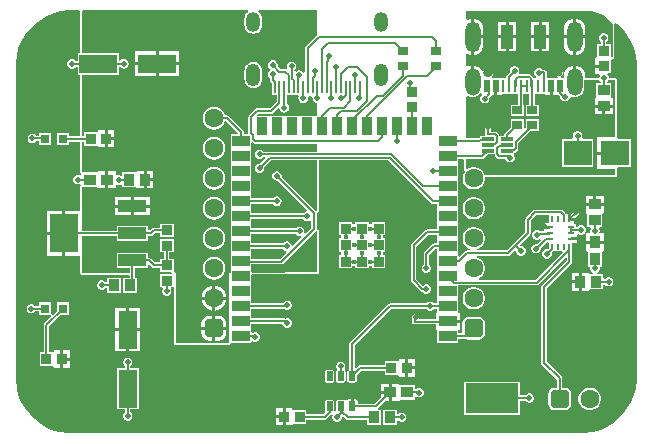
<source format=gtl>
G04*
G04 #@! TF.GenerationSoftware,Altium Limited,Altium Designer,25.2.1 (25)*
G04*
G04 Layer_Physical_Order=1*
G04 Layer_Color=255*
%FSLAX25Y25*%
%MOIN*%
G70*
G04*
G04 #@! TF.SameCoordinates,19AB45F0-FF71-4E06-AC9F-8C434743CFD0*
G04*
G04*
G04 #@! TF.FilePolarity,Positive*
G04*
G01*
G75*
%ADD22R,0.03347X0.03740*%
%ADD23R,0.03150X0.03150*%
%ADD24R,0.03543X0.03937*%
%ADD25R,0.03740X0.03347*%
%ADD26R,0.05906X0.03543*%
%ADD27R,0.03543X0.05906*%
%ADD28R,0.03543X0.03543*%
%ADD29R,0.09646X0.08465*%
%ADD30R,0.00906X0.03937*%
%ADD31R,0.03937X0.03543*%
%ADD32R,0.03347X0.02756*%
%ADD33R,0.03812X0.03963*%
%ADD34R,0.03937X0.07874*%
%ADD35R,0.01063X0.03937*%
%ADD36R,0.02047X0.03937*%
%ADD37R,0.03898X0.01181*%
%ADD38R,0.12598X0.06299*%
G04:AMPARAMS|DCode=39|XSize=21.65mil|YSize=31.5mil|CornerRadius=1.95mil|HoleSize=0mil|Usage=FLASHONLY|Rotation=0.000|XOffset=0mil|YOffset=0mil|HoleType=Round|Shape=RoundedRectangle|*
%AMROUNDEDRECTD39*
21,1,0.02165,0.02760,0,0,0.0*
21,1,0.01776,0.03150,0,0,0.0*
1,1,0.00390,0.00888,-0.01380*
1,1,0.00390,-0.00888,-0.01380*
1,1,0.00390,-0.00888,0.01380*
1,1,0.00390,0.00888,0.01380*
%
%ADD39ROUNDEDRECTD39*%
%ADD40R,0.09449X0.03937*%
%ADD41R,0.09449X0.12992*%
%ADD42R,0.03963X0.03812*%
%ADD43R,0.06299X0.12598*%
G04:AMPARAMS|DCode=68|XSize=33.47mil|YSize=23.62mil|CornerRadius=11.81mil|HoleSize=0mil|Usage=FLASHONLY|Rotation=180.000|XOffset=0mil|YOffset=0mil|HoleType=Round|Shape=RoundedRectangle|*
%AMROUNDEDRECTD68*
21,1,0.03347,0.00000,0,0,180.0*
21,1,0.00984,0.02362,0,0,180.0*
1,1,0.02362,-0.00492,0.00000*
1,1,0.02362,0.00492,0.00000*
1,1,0.02362,0.00492,0.00000*
1,1,0.02362,-0.00492,0.00000*
%
%ADD68ROUNDEDRECTD68*%
%ADD69C,0.02362*%
G04:AMPARAMS|DCode=70|XSize=51.18mil|YSize=102.36mil|CornerRadius=25.59mil|HoleSize=0mil|Usage=FLASHONLY|Rotation=180.000|XOffset=0mil|YOffset=0mil|HoleType=Round|Shape=RoundedRectangle|*
%AMROUNDEDRECTD70*
21,1,0.05118,0.05118,0,0,180.0*
21,1,0.00000,0.10236,0,0,180.0*
1,1,0.05118,0.00000,0.02559*
1,1,0.05118,0.00000,0.02559*
1,1,0.05118,0.00000,-0.02559*
1,1,0.05118,0.00000,-0.02559*
%
%ADD70ROUNDEDRECTD70*%
G04:AMPARAMS|DCode=71|XSize=51.18mil|YSize=90.55mil|CornerRadius=25.59mil|HoleSize=0mil|Usage=FLASHONLY|Rotation=180.000|XOffset=0mil|YOffset=0mil|HoleType=Round|Shape=RoundedRectangle|*
%AMROUNDEDRECTD71*
21,1,0.05118,0.03937,0,0,180.0*
21,1,0.00000,0.09055,0,0,180.0*
1,1,0.05118,0.00000,0.01968*
1,1,0.05118,0.00000,0.01968*
1,1,0.05118,0.00000,-0.01968*
1,1,0.05118,0.00000,-0.01968*
%
%ADD71ROUNDEDRECTD71*%
%ADD72R,0.17717X0.09961*%
%ADD73R,0.01870X0.00984*%
%ADD74R,0.00984X0.01870*%
%ADD75C,0.00600*%
%ADD76C,0.01575*%
%ADD77C,0.06299*%
G04:AMPARAMS|DCode=78|XSize=62.99mil|YSize=62.99mil|CornerRadius=15.75mil|HoleSize=0mil|Usage=FLASHONLY|Rotation=0.000|XOffset=0mil|YOffset=0mil|HoleType=Round|Shape=RoundedRectangle|*
%AMROUNDEDRECTD78*
21,1,0.06299,0.03150,0,0,0.0*
21,1,0.03150,0.06299,0,0,0.0*
1,1,0.03150,0.01575,-0.01575*
1,1,0.03150,-0.01575,-0.01575*
1,1,0.03150,-0.01575,0.01575*
1,1,0.03150,0.01575,0.01575*
%
%ADD78ROUNDEDRECTD78*%
%ADD79O,0.04724X0.07480*%
%ADD80O,0.04724X0.06693*%
G04:AMPARAMS|DCode=81|XSize=62.99mil|YSize=62.99mil|CornerRadius=15.75mil|HoleSize=0mil|Usage=FLASHONLY|Rotation=90.000|XOffset=0mil|YOffset=0mil|HoleType=Round|Shape=RoundedRectangle|*
%AMROUNDEDRECTD81*
21,1,0.06299,0.03150,0,0,90.0*
21,1,0.03150,0.06299,0,0,90.0*
1,1,0.03150,0.01575,0.01575*
1,1,0.03150,0.01575,-0.01575*
1,1,0.03150,-0.01575,-0.01575*
1,1,0.03150,-0.01575,0.01575*
%
%ADD81ROUNDEDRECTD81*%
%ADD82C,0.01968*%
G36*
X101378Y133656D02*
X101179Y133523D01*
X97545Y129889D01*
X97346Y129591D01*
X97276Y129240D01*
Y121172D01*
X96776Y121020D01*
X96511Y121417D01*
X95987Y121766D01*
X95370Y121889D01*
X94753Y121766D01*
X94242Y121425D01*
X94187Y121444D01*
X93777Y121713D01*
X93765Y122013D01*
X93936Y122127D01*
X94285Y122650D01*
X94408Y123268D01*
X94285Y123885D01*
X93936Y124409D01*
X93412Y124759D01*
X92795Y124881D01*
X92177Y124759D01*
X91654Y124409D01*
X91304Y123885D01*
X91181Y123268D01*
X91292Y122710D01*
X91127Y122484D01*
X90935Y122303D01*
X90776Y122334D01*
X89133D01*
X88109Y123358D01*
X88161Y123622D01*
X88038Y124240D01*
X87689Y124763D01*
X87165Y125113D01*
X86548Y125236D01*
X85930Y125113D01*
X85407Y124763D01*
X85057Y124240D01*
X84934Y123622D01*
X85057Y123004D01*
X85407Y122481D01*
X85606Y122348D01*
Y121747D01*
X85407Y121613D01*
X85057Y121090D01*
X84934Y120472D01*
X85057Y119855D01*
X85407Y119331D01*
X85630Y119182D01*
Y118753D01*
X85700Y118402D01*
X85899Y118104D01*
X86252Y117751D01*
Y113673D01*
X87862D01*
Y111443D01*
X85604Y109185D01*
X81245D01*
X80894Y109116D01*
X80596Y108917D01*
X78682Y107003D01*
X78483Y106705D01*
X78413Y106354D01*
Y101048D01*
X78431Y100961D01*
X78085Y100461D01*
X76902D01*
Y101240D01*
X76832Y101591D01*
X76633Y101889D01*
X72007Y106515D01*
X71709Y106714D01*
X71358Y106784D01*
X70590D01*
X70582Y106845D01*
X70205Y107757D01*
X69604Y108540D01*
X68820Y109141D01*
X67908Y109519D01*
X66929Y109648D01*
X65950Y109519D01*
X65038Y109141D01*
X64255Y108540D01*
X63654Y107757D01*
X63276Y106845D01*
X63147Y105866D01*
X63276Y104887D01*
X63654Y103975D01*
X64255Y103192D01*
X65038Y102591D01*
X65950Y102213D01*
X66929Y102084D01*
X67908Y102213D01*
X68820Y102591D01*
X69604Y103192D01*
X70205Y103975D01*
X70543Y104792D01*
X70916Y104859D01*
X71081Y104845D01*
X74966Y100961D01*
X74823Y100461D01*
X72531D01*
Y95961D01*
X72531Y95917D01*
Y95461D01*
X72531Y95417D01*
Y90961D01*
X72531Y90917D01*
Y90461D01*
X72531Y90417D01*
Y85961D01*
X72531Y85918D01*
Y85461D01*
X72531Y85417D01*
Y80961D01*
X72531Y80918D01*
Y80461D01*
X72531Y80418D01*
Y75961D01*
X72531Y75918D01*
Y75461D01*
X72531Y75418D01*
Y70961D01*
X72531Y70917D01*
Y70461D01*
X72531Y70417D01*
Y65961D01*
X72531Y65917D01*
Y65461D01*
X72531Y65417D01*
Y60918D01*
X72531D01*
Y60461D01*
X72531D01*
Y55961D01*
X72531Y55918D01*
Y55461D01*
X72531Y55418D01*
Y54422D01*
X71929Y54420D01*
Y30866D01*
X54245D01*
Y54384D01*
X53918Y54383D01*
X53551Y54883D01*
Y59052D01*
X52099D01*
Y61214D01*
X53551D01*
Y65561D01*
X48811D01*
Y61214D01*
X50263D01*
Y59052D01*
X48811D01*
Y57796D01*
X47230D01*
X45924Y59102D01*
X45627Y59301D01*
X45276Y59371D01*
X44988D01*
Y60922D01*
X34539D01*
Y55985D01*
X38846D01*
Y54352D01*
X23189Y54320D01*
X22835Y54673D01*
Y66591D01*
X34539D01*
Y65040D01*
X44988D01*
Y66591D01*
X45853D01*
X46204Y66660D01*
X46502Y66859D01*
X47230Y67588D01*
X48811D01*
Y66332D01*
X53551D01*
Y70679D01*
X48811D01*
Y69423D01*
X46850D01*
X46499Y69353D01*
X46201Y69155D01*
X45488Y68441D01*
X44988Y68463D01*
Y69977D01*
X34539D01*
Y68426D01*
X22835D01*
Y82578D01*
X23007Y83006D01*
X27723D01*
X27970Y83006D01*
X28223Y82611D01*
Y82506D01*
X30704D01*
Y85412D01*
Y88318D01*
X28223D01*
Y88213D01*
X27970Y87818D01*
X27723Y87818D01*
X23007D01*
X22835Y88247D01*
Y98082D01*
X23784D01*
Y96629D01*
X27902D01*
X28131Y96629D01*
X28403Y96242D01*
Y96129D01*
X30576D01*
Y99000D01*
Y101869D01*
X28403D01*
Y101757D01*
X28131Y101370D01*
X27902Y101370D01*
X23784D01*
Y99917D01*
X22835D01*
Y120358D01*
X35146D01*
Y122806D01*
X35646Y122957D01*
X35706Y122867D01*
X36230Y122517D01*
X36847Y122394D01*
X37465Y122517D01*
X37988Y122867D01*
X38338Y123390D01*
X38461Y124008D01*
X38338Y124625D01*
X37988Y125149D01*
X37465Y125499D01*
X36847Y125622D01*
X36230Y125499D01*
X35706Y125149D01*
X35646Y125059D01*
X35146Y125210D01*
Y127657D01*
X22835D01*
Y141591D01*
X23173Y141929D01*
X78181D01*
X78350Y141429D01*
X77907Y141089D01*
X77432Y140470D01*
X77134Y139750D01*
X77032Y138976D01*
Y137008D01*
X77134Y136235D01*
X77432Y135514D01*
X77907Y134895D01*
X78526Y134420D01*
X79246Y134122D01*
X80020Y134020D01*
X80793Y134122D01*
X81514Y134420D01*
X82133Y134895D01*
X82607Y135514D01*
X82906Y136235D01*
X83008Y137008D01*
Y138976D01*
X82906Y139750D01*
X82607Y140470D01*
X82133Y141089D01*
X81689Y141429D01*
X81859Y141929D01*
X101378D01*
Y133656D01*
D02*
G37*
G36*
X192668Y141591D02*
X195059Y140950D01*
X197018Y140138D01*
X199803Y137354D01*
Y126309D01*
X199721Y126275D01*
X199658Y126284D01*
X199221Y126614D01*
Y130461D01*
X197768D01*
Y131226D01*
X198192Y131650D01*
X198433Y132232D01*
Y132862D01*
X198192Y133443D01*
X197747Y133889D01*
X197165Y134130D01*
X196535D01*
X195954Y133889D01*
X195508Y133443D01*
X195267Y132862D01*
Y132232D01*
X195508Y131650D01*
X195932Y131226D01*
Y130461D01*
X194480D01*
Y126343D01*
X194480Y126114D01*
X194093Y125843D01*
X193980D01*
Y123669D01*
X196851D01*
Y122669D01*
X193980D01*
Y120496D01*
X195188D01*
X195459Y119996D01*
X195302Y119616D01*
Y119267D01*
X190768D01*
Y119960D01*
X190646Y120889D01*
X190287Y121755D01*
X189717Y122499D01*
X188973Y123069D01*
X188107Y123428D01*
X187678Y123484D01*
Y117992D01*
X186678D01*
Y123484D01*
X186249Y123428D01*
X185383Y123069D01*
X184640Y122499D01*
X184070Y121755D01*
X183711Y120889D01*
X183589Y119960D01*
Y119267D01*
X182562D01*
X182462Y119767D01*
X182651Y119845D01*
X182983Y120177D01*
X183163Y120611D01*
Y121081D01*
X182983Y121515D01*
X182651Y121847D01*
X182217Y122027D01*
X181747D01*
X181313Y121847D01*
X180980Y121515D01*
X180800Y121081D01*
Y120611D01*
X180980Y120177D01*
X181313Y119845D01*
X181501Y119767D01*
X181401Y119267D01*
X177978D01*
Y121121D01*
X177908Y121472D01*
X177709Y121770D01*
X177411Y121969D01*
X177060Y122038D01*
X176483D01*
X176135Y122387D01*
X175553Y122628D01*
X174923D01*
X174342Y122387D01*
X173896Y121942D01*
X173655Y121360D01*
Y120730D01*
X173896Y120149D01*
X174278Y119767D01*
X174225Y119468D01*
X174125Y119267D01*
X173625D01*
X173621Y119286D01*
X173423Y119583D01*
X172785Y120220D01*
X172488Y120419D01*
X172137Y120489D01*
X170173D01*
X170171Y120489D01*
X170168Y120489D01*
X168922D01*
X168594Y120989D01*
X168711Y121272D01*
Y121901D01*
X168470Y122483D01*
X168025Y122928D01*
X167443Y123169D01*
X166813D01*
X166232Y122928D01*
X165786Y122483D01*
X165545Y121901D01*
Y121301D01*
X164600Y120356D01*
X164401Y120059D01*
X164331Y119707D01*
Y119267D01*
X159708D01*
X159643Y119353D01*
X159703Y119995D01*
X159964Y120385D01*
X160056Y120846D01*
X159964Y121307D01*
X159703Y121698D01*
X159312Y121959D01*
X158852Y122050D01*
X157867D01*
X157406Y121959D01*
X157016Y121698D01*
X156905Y121532D01*
X156341Y121588D01*
X156271Y121755D01*
X155701Y122499D01*
X154957Y123069D01*
X154092Y123428D01*
X153663Y123484D01*
Y117992D01*
X152663D01*
Y123484D01*
X152233Y123428D01*
X151461Y123108D01*
X150961Y123316D01*
Y127136D01*
X151461Y127344D01*
X152233Y127024D01*
X152663Y126968D01*
Y133051D01*
Y139134D01*
X152233Y139077D01*
X151461Y138758D01*
X150961Y138966D01*
Y141638D01*
X191672Y141722D01*
X192668Y141591D01*
D02*
G37*
G36*
X200787Y99445D02*
X194704D01*
Y94713D01*
X200527D01*
Y93713D01*
X194704D01*
Y88981D01*
X200787D01*
Y86900D01*
X200733Y86845D01*
X157163D01*
X157037Y87313D01*
X156544Y88169D01*
X155845Y88867D01*
X154990Y89360D01*
X154037Y89616D01*
X153050D01*
X152096Y89360D01*
X151314Y88909D01*
X151047Y88996D01*
X150817Y89149D01*
X150849Y92272D01*
X156444D01*
X156795Y92341D01*
X157093Y92540D01*
X158341Y93788D01*
X160528D01*
X160588Y93487D01*
X160787Y93189D01*
X161424Y92552D01*
X161722Y92353D01*
X162073Y92283D01*
X164039D01*
X164236Y91808D01*
X164681Y91362D01*
X165263Y91121D01*
X165893D01*
X166474Y91362D01*
X166920Y91808D01*
X167160Y92389D01*
Y93019D01*
X167042Y93305D01*
X166921Y93788D01*
X166921D01*
X166921Y93788D01*
Y94262D01*
X167223Y94322D01*
X167520Y94520D01*
X168157Y95157D01*
X168356Y95455D01*
X168426Y95806D01*
Y97535D01*
X172643Y101752D01*
X175197D01*
Y105508D01*
X170850D01*
Y102733D01*
X170651Y102580D01*
X170151Y102827D01*
Y105508D01*
X165805D01*
Y102754D01*
X163823Y100773D01*
X163625Y100476D01*
X163555Y100124D01*
Y99906D01*
X162078D01*
X162018Y100208D01*
X161819Y100506D01*
X161182Y101143D01*
X160884Y101342D01*
X160533Y101411D01*
X159258D01*
Y102866D01*
X159189Y103217D01*
X158990Y103515D01*
X158692Y103714D01*
X158341Y103783D01*
X157990Y103714D01*
X157692Y103515D01*
X157493Y103217D01*
X157423Y102866D01*
Y100494D01*
X157441Y100407D01*
X157095Y99906D01*
X155685D01*
Y99433D01*
X155383Y99373D01*
X155086Y99174D01*
X155018Y99107D01*
X151274D01*
X150923Y99462D01*
X151063Y113089D01*
X151513Y113307D01*
X151569Y113264D01*
X152338Y112945D01*
X153163Y112837D01*
X153987Y112945D01*
X154756Y113264D01*
X155416Y113770D01*
X155735Y114186D01*
X156286Y114084D01*
X156343Y113889D01*
X156194Y113650D01*
X155840Y113296D01*
X155599Y112715D01*
Y112085D01*
X155840Y111503D01*
X156286Y111058D01*
X156867Y110817D01*
X157497D01*
X158079Y111058D01*
X158524Y111503D01*
X158765Y112085D01*
Y112685D01*
X159338Y113258D01*
X159531Y113547D01*
X160419D01*
Y116515D01*
X161419D01*
Y113547D01*
X162942D01*
Y114047D01*
X168269D01*
Y110429D01*
X165805D01*
Y106673D01*
X170151D01*
Y110429D01*
X170104D01*
Y114047D01*
X172106D01*
Y110429D01*
X170850D01*
Y106673D01*
X175197D01*
Y110429D01*
X173941D01*
Y114047D01*
X177399D01*
Y113547D01*
X178922D01*
Y116515D01*
X179922D01*
Y113547D01*
X181446D01*
X181446Y113547D01*
X181931Y113511D01*
X182313Y113128D01*
Y112756D01*
X182554Y112174D01*
X182999Y111729D01*
X183581Y111488D01*
X184211D01*
X184792Y111729D01*
X185238Y112174D01*
X185478Y112756D01*
Y112767D01*
X185978Y113101D01*
X186354Y112945D01*
X187178Y112837D01*
X188003Y112945D01*
X188771Y113264D01*
X189431Y113770D01*
X189938Y114430D01*
X190256Y115199D01*
X190365Y116023D01*
Y118617D01*
X195454D01*
X195543Y118404D01*
X195933Y118014D01*
Y117473D01*
X194382D01*
Y113159D01*
X194382Y112930D01*
X193994Y112659D01*
X193882D01*
Y110387D01*
X199819D01*
Y112659D01*
X199706D01*
X199319Y112930D01*
X199319Y113159D01*
Y117473D01*
X197815D01*
X197795Y117973D01*
X198226Y118404D01*
X198314Y118617D01*
X200787D01*
Y99445D01*
D02*
G37*
G36*
X95264Y113232D02*
X95217Y113162D01*
X95094Y112544D01*
X95217Y111927D01*
X95567Y111403D01*
X96091Y111054D01*
X96708Y110931D01*
X97326Y111054D01*
X97849Y111403D01*
X98199Y111927D01*
X98322Y112544D01*
X98291Y112698D01*
X98707Y113173D01*
X99453D01*
X99863Y112673D01*
X99838Y112544D01*
X99961Y111927D01*
X100310Y111403D01*
X100834Y111053D01*
X101378Y110945D01*
Y106563D01*
X100705D01*
X100661Y106563D01*
X100205D01*
X100161Y106563D01*
X95705D01*
X95661Y106563D01*
X95205D01*
X95161Y106563D01*
X90705D01*
X90661Y106563D01*
X90205D01*
X90161Y106563D01*
X85705D01*
X85661Y106563D01*
X85205D01*
X85161Y106563D01*
X81527D01*
X81340Y107001D01*
X81628Y107350D01*
X85984D01*
X86335Y107420D01*
X86633Y107619D01*
X88256Y109242D01*
X88798Y109077D01*
X88863Y108750D01*
X89213Y108227D01*
X89737Y107877D01*
X90354Y107754D01*
X90972Y107877D01*
X91496Y108227D01*
X91845Y108750D01*
X91968Y109368D01*
X91845Y109985D01*
X91496Y110509D01*
X91272Y110658D01*
Y113673D01*
X95029D01*
X95264Y113232D01*
D02*
G37*
G36*
X80060Y97666D02*
X80357Y97467D01*
X80709Y97398D01*
X101378D01*
Y94766D01*
X83423D01*
X83274Y94990D01*
X82750Y95339D01*
X82133Y95462D01*
X81515Y95339D01*
X80991Y94990D01*
X80642Y94466D01*
X80519Y93849D01*
X80642Y93231D01*
X80991Y92708D01*
X81515Y92358D01*
X82133Y92235D01*
X82750Y92358D01*
X83274Y92708D01*
X83423Y92931D01*
X83902D01*
X84094Y92469D01*
X82396Y90771D01*
X82133Y90824D01*
X81515Y90701D01*
X80991Y90351D01*
X80642Y89828D01*
X80519Y89210D01*
X80642Y88592D01*
X80991Y88069D01*
X81515Y87719D01*
X82133Y87596D01*
X82750Y87719D01*
X83274Y88069D01*
X83623Y88592D01*
X83746Y89210D01*
X83694Y89473D01*
X86010Y91790D01*
X101378D01*
Y75113D01*
X100878Y74961D01*
X100866Y74979D01*
X89494Y86351D01*
X89547Y86614D01*
X89424Y87232D01*
X89074Y87755D01*
X88551Y88105D01*
X87933Y88228D01*
X87315Y88105D01*
X86792Y87755D01*
X86442Y87232D01*
X86319Y86614D01*
X86442Y85997D01*
X86792Y85473D01*
X87315Y85123D01*
X87933Y85000D01*
X88197Y85053D01*
X97969Y75281D01*
X97963Y75211D01*
X97772Y74771D01*
X97315Y74680D01*
X96792Y74330D01*
X96643Y74107D01*
X79437D01*
Y75418D01*
X79437Y75461D01*
Y75918D01*
X79437Y75961D01*
Y77271D01*
X86624D01*
X86773Y77048D01*
X87297Y76698D01*
X87914Y76575D01*
X88532Y76698D01*
X89055Y77048D01*
X89405Y77572D01*
X89528Y78189D01*
X89405Y78807D01*
X89055Y79330D01*
X88532Y79680D01*
X87914Y79803D01*
X87297Y79680D01*
X86773Y79330D01*
X86624Y79107D01*
X79437D01*
Y80418D01*
X79437Y80461D01*
Y80918D01*
X79437Y80961D01*
Y85417D01*
X79437Y85461D01*
Y85918D01*
X79437Y85961D01*
Y90417D01*
X79437Y90461D01*
Y90917D01*
X79437Y90961D01*
Y95417D01*
X79437Y95461D01*
Y95917D01*
X79437Y95961D01*
Y97636D01*
X79899Y97827D01*
X80060Y97666D01*
D02*
G37*
G36*
X178535Y71037D02*
X176952D01*
Y70045D01*
X178887D01*
Y69045D01*
X176952D01*
Y68332D01*
X175559D01*
X175000Y68563D01*
X174371D01*
X173789Y68322D01*
X173344Y67877D01*
X173103Y67295D01*
Y66666D01*
X173344Y66084D01*
X173789Y65639D01*
X174371Y65398D01*
X175000D01*
X175582Y65639D01*
X175924Y65281D01*
X174655Y64012D01*
X174056D01*
X173474Y63771D01*
X173029Y63326D01*
X172788Y62744D01*
Y62115D01*
X173029Y61533D01*
X173474Y61088D01*
X174056Y60847D01*
X174685D01*
X175267Y61088D01*
X175712Y61533D01*
X175953Y62115D01*
Y62714D01*
X177854Y64615D01*
X178110D01*
X178535Y64434D01*
Y62631D01*
X178173Y62269D01*
X177573D01*
X176992Y62028D01*
X176546Y61583D01*
X176305Y61001D01*
Y60372D01*
X176546Y59790D01*
X176992Y59345D01*
X177573Y59104D01*
X178203D01*
X178785Y59345D01*
X179230Y59790D01*
X179471Y60372D01*
Y60971D01*
X180064Y61564D01*
X183043D01*
X183234Y61102D01*
X174089Y51957D01*
X155272D01*
X155138Y52457D01*
X155845Y52866D01*
X156544Y53564D01*
X157037Y54419D01*
X157293Y55373D01*
Y56360D01*
X157037Y57314D01*
X156544Y58169D01*
X155845Y58867D01*
X154990Y59360D01*
X154661Y59448D01*
X154727Y59948D01*
X164929D01*
X165280Y60018D01*
X165578Y60217D01*
X167209Y61848D01*
X167709Y61641D01*
Y61331D01*
X167950Y60750D01*
X168395Y60304D01*
X168977Y60063D01*
X169606D01*
X170188Y60304D01*
X170633Y60750D01*
X170874Y61331D01*
Y61961D01*
X170633Y62542D01*
X170188Y62988D01*
X169606Y63229D01*
X169296D01*
X169089Y63729D01*
X172190Y66830D01*
X172389Y67128D01*
X172459Y67479D01*
Y71642D01*
X174365Y73548D01*
X178535D01*
Y71037D01*
D02*
G37*
G36*
X96792Y72048D02*
X97315Y71698D01*
X97933Y71575D01*
X98550Y71698D01*
X98800Y71865D01*
X99300Y71597D01*
Y69298D01*
X97491Y67490D01*
X97030Y67736D01*
X97106Y68116D01*
X96983Y68733D01*
X96633Y69257D01*
X96110Y69607D01*
X95492Y69729D01*
X94875Y69607D01*
X94351Y69257D01*
X94251Y69107D01*
X79437D01*
Y70417D01*
X79437Y70461D01*
Y70917D01*
X79437Y70961D01*
Y72272D01*
X96643D01*
X96792Y72048D01*
D02*
G37*
G36*
X94351Y66975D02*
X94875Y66625D01*
X95492Y66502D01*
X95872Y66578D01*
X96118Y66117D01*
X93349Y63348D01*
X92807Y63513D01*
X92748Y63807D01*
X92399Y64330D01*
X91875Y64680D01*
X91258Y64803D01*
X90640Y64680D01*
X90117Y64330D01*
X89967Y64107D01*
X79437D01*
Y65417D01*
X79437Y65461D01*
Y65917D01*
X79437Y65961D01*
Y67272D01*
X94153D01*
X94351Y66975D01*
D02*
G37*
G36*
X90117Y62048D02*
X90640Y61698D01*
X90934Y61640D01*
X91098Y61097D01*
X88990Y58989D01*
X79437D01*
Y60461D01*
X79437D01*
Y60918D01*
X79437D01*
Y62271D01*
X89967D01*
X90117Y62048D01*
D02*
G37*
G36*
X101378Y68136D02*
Y54594D01*
X101331Y54481D01*
X79791Y54436D01*
X79437Y54790D01*
Y55418D01*
X79437Y55461D01*
Y55918D01*
X79437Y55961D01*
Y57153D01*
X89370D01*
X89721Y57223D01*
X90019Y57422D01*
X100866Y68269D01*
X100878Y68287D01*
X101378Y68136D01*
D02*
G37*
G36*
X22185Y141591D02*
Y127657D01*
X21547D01*
Y124925D01*
X21006D01*
X20582Y125350D01*
X20000Y125591D01*
X19370D01*
X18789Y125350D01*
X18343Y124904D01*
X18102Y124323D01*
Y123693D01*
X18343Y123111D01*
X18789Y122666D01*
X19370Y122425D01*
X20000D01*
X20582Y122666D01*
X21006Y123090D01*
X21547D01*
Y120358D01*
X22185D01*
Y99917D01*
X18630D01*
Y101074D01*
X14480D01*
Y96925D01*
X18630D01*
Y98082D01*
X22185D01*
Y88247D01*
X22233Y88130D01*
X22232Y88004D01*
X22405Y87575D01*
X22498Y87481D01*
X22548Y87359D01*
X22665Y87311D01*
X22704Y87271D01*
X22708Y87103D01*
X22706Y87100D01*
X22214Y86807D01*
X21862Y86953D01*
X21232D01*
X20651Y86712D01*
X20206Y86267D01*
X19964Y85685D01*
Y85055D01*
X20206Y84474D01*
X20651Y84028D01*
X21232Y83787D01*
X21862D01*
X22127Y83897D01*
X22658Y83589D01*
X22658Y83583D01*
X22631Y83500D01*
X22548Y83465D01*
X22498Y83343D01*
X22405Y83249D01*
X22232Y82821D01*
X22233Y82695D01*
X22185Y82578D01*
Y75004D01*
X17429D01*
Y67508D01*
X16929D01*
D01*
X17429D01*
Y60012D01*
X22185D01*
Y54673D01*
X22185Y54673D01*
X22185Y54672D01*
X22280Y54445D01*
X22375Y54214D01*
X22376Y54214D01*
X22376Y54214D01*
X22730Y53860D01*
X22730Y53860D01*
X22730Y53860D01*
X22958Y53766D01*
X23189Y53671D01*
X23189Y53671D01*
X23190Y53671D01*
X38492Y53702D01*
X38846Y53349D01*
Y52665D01*
X36605D01*
Y47728D01*
X41148D01*
Y52665D01*
X40681D01*
Y55985D01*
X44988D01*
Y56789D01*
X45450Y56981D01*
X46201Y56230D01*
X46499Y56031D01*
X46850Y55961D01*
X48811D01*
Y54705D01*
X52682D01*
X52836Y54427D01*
X52559Y53933D01*
X48811D01*
Y49587D01*
X49654D01*
X49861Y49087D01*
X49839Y49065D01*
X49598Y48483D01*
Y47854D01*
X49839Y47272D01*
X50284Y46827D01*
X50866Y46586D01*
X51496D01*
X52077Y46827D01*
X52523Y47272D01*
X52763Y47854D01*
Y48483D01*
X52523Y49065D01*
X52501Y49087D01*
X52708Y49587D01*
X53551D01*
X53595Y49105D01*
Y30866D01*
X53785Y30407D01*
X54245Y30217D01*
X71929D01*
X72388Y30407D01*
X72579Y30866D01*
Y30918D01*
X79437D01*
Y31260D01*
X79937Y31553D01*
X80281Y31410D01*
X80911D01*
X81492Y31651D01*
X81938Y32096D01*
X82178Y32678D01*
Y33308D01*
X81938Y33889D01*
X81492Y34335D01*
X80911Y34576D01*
X80281D01*
X79937Y34433D01*
X79437Y34725D01*
X79437Y34726D01*
Y35461D01*
X79437D01*
Y35917D01*
X79437D01*
Y37271D01*
X89789D01*
X90025Y36702D01*
X90470Y36257D01*
X91052Y36016D01*
X91682D01*
X92264Y36257D01*
X92709Y36702D01*
X92950Y37284D01*
Y37913D01*
X92709Y38495D01*
X92264Y38940D01*
X91682Y39181D01*
X91052D01*
X90842Y39094D01*
X90776Y39107D01*
X79437D01*
Y40461D01*
X79437D01*
Y40918D01*
X79437D01*
Y42272D01*
X90380D01*
X90470Y42181D01*
X91052Y41940D01*
X91682D01*
X92264Y42181D01*
X92709Y42626D01*
X92950Y43208D01*
Y43837D01*
X92709Y44419D01*
X92264Y44864D01*
X91682Y45105D01*
X91052D01*
X90470Y44864D01*
X90025Y44419D01*
X89896Y44107D01*
X79437D01*
Y45461D01*
X79437D01*
Y45917D01*
X79437D01*
Y50461D01*
X79437D01*
Y50918D01*
X79437D01*
Y53392D01*
X79789Y53785D01*
X79792Y53787D01*
X101332Y53831D01*
X101451Y53881D01*
X101580Y53881D01*
X101672Y53973D01*
X101791Y54023D01*
X101840Y54142D01*
X101931Y54233D01*
X101978Y54346D01*
X101978Y54475D01*
X102027Y54594D01*
Y68136D01*
X101966Y68283D01*
X101951Y68442D01*
X101875Y68504D01*
X101837Y68595D01*
X101690Y68656D01*
X101567Y68757D01*
X101129Y68890D01*
X101135Y68918D01*
Y74330D01*
X101129Y74358D01*
X101567Y74491D01*
X101690Y74592D01*
X101837Y74653D01*
X101875Y74744D01*
X101951Y74806D01*
X101966Y74965D01*
X102027Y75113D01*
Y91790D01*
X125122D01*
X139371Y77540D01*
X139669Y77341D01*
X140020Y77271D01*
X141429D01*
Y75961D01*
X141429Y75918D01*
Y75461D01*
X141429Y75418D01*
Y70961D01*
X141429Y70917D01*
Y70461D01*
X141429Y70417D01*
Y68818D01*
X137933D01*
X137582Y68749D01*
X137284Y68550D01*
X132832Y64098D01*
X132633Y63800D01*
X132564Y63449D01*
Y51917D01*
X132633Y51566D01*
X132832Y51269D01*
X135770Y48331D01*
X136068Y48132D01*
X136391Y48068D01*
X136820Y47638D01*
X137402Y47397D01*
X138032D01*
X138613Y47638D01*
X139059Y48083D01*
X139300Y48665D01*
Y49294D01*
X139059Y49876D01*
X138613Y50321D01*
X138032Y50562D01*
X137402D01*
X136820Y50321D01*
X136598Y50099D01*
X134399Y52298D01*
Y63069D01*
X138313Y66983D01*
X141429D01*
Y65961D01*
X141429Y65917D01*
Y65461D01*
X141429Y65417D01*
Y64146D01*
X140384D01*
X140032Y64077D01*
X139735Y63877D01*
X137068Y61211D01*
X136869Y60913D01*
X136799Y60562D01*
Y57187D01*
X136375Y56763D01*
X136134Y56181D01*
Y55551D01*
X136375Y54970D01*
X136820Y54524D01*
X137402Y54283D01*
X138032D01*
X138613Y54524D01*
X139059Y54970D01*
X139300Y55551D01*
Y56181D01*
X139059Y56763D01*
X138635Y57187D01*
Y60182D01*
X140764Y62311D01*
X141429D01*
Y60961D01*
X141429Y60918D01*
Y60461D01*
X141429Y60417D01*
Y55918D01*
X141429D01*
Y55461D01*
X141429D01*
Y50961D01*
X141429Y50918D01*
X141429D01*
Y50461D01*
X141429D01*
Y45961D01*
X141429Y45917D01*
Y45461D01*
X141429Y45417D01*
Y44107D01*
X140384D01*
X139959Y44531D01*
X139378Y44772D01*
X138748D01*
X138166Y44531D01*
X137742Y44107D01*
X125517D01*
X125165Y44037D01*
X124868Y43838D01*
X112314Y31284D01*
X112115Y30986D01*
X112045Y30635D01*
Y21929D01*
X111804Y21881D01*
X111574Y21727D01*
X111420Y21497D01*
X111366Y21226D01*
Y18467D01*
X111420Y18195D01*
X111574Y17966D01*
X111804Y17812D01*
X112075Y17758D01*
X113850D01*
X114121Y17812D01*
X114351Y17966D01*
X114505Y18195D01*
X114559Y18467D01*
Y20145D01*
X116135Y21721D01*
X123851D01*
Y20269D01*
X127969D01*
X128197Y20269D01*
X128469Y19881D01*
Y19769D01*
X130642D01*
Y22639D01*
Y25509D01*
X128469D01*
Y25396D01*
X128197Y25009D01*
X127969Y25009D01*
X123851D01*
Y23556D01*
X115755D01*
X115404Y23486D01*
X115106Y23288D01*
X114342Y22524D01*
X113880Y22715D01*
Y30255D01*
X125897Y42272D01*
X137742D01*
X138166Y41847D01*
X138748Y41607D01*
X139378D01*
X139959Y41847D01*
X140384Y42272D01*
X141429D01*
Y40961D01*
X140929D01*
Y38946D01*
X135313D01*
X135185Y39098D01*
X134998Y39446D01*
X135048Y39696D01*
X134978Y40047D01*
X134779Y40345D01*
X134481Y40544D01*
X134130Y40613D01*
X133779Y40544D01*
X133481Y40345D01*
X133251Y40115D01*
X133052Y39817D01*
X132983Y39466D01*
Y38028D01*
X133052Y37677D01*
X133251Y37379D01*
X133549Y37180D01*
X133900Y37111D01*
X140929D01*
Y35418D01*
X141429D01*
Y30918D01*
X148335D01*
Y32272D01*
X150866D01*
X151028Y32304D01*
X151120Y32243D01*
X151968Y32074D01*
X155118D01*
X155967Y32243D01*
X156686Y32723D01*
X157167Y33443D01*
X157335Y34291D01*
Y37441D01*
X157167Y38289D01*
X156686Y39009D01*
X155967Y39490D01*
X155118Y39658D01*
X151968D01*
X151120Y39490D01*
X150400Y39009D01*
X149920Y38289D01*
X149751Y37441D01*
Y34291D01*
X149600Y34107D01*
X148335D01*
Y35418D01*
X148835D01*
Y37689D01*
X144882D01*
Y38689D01*
X148835D01*
Y40961D01*
X148335D01*
Y45417D01*
X148335Y45461D01*
Y45917D01*
X148335Y45961D01*
Y50122D01*
X174469D01*
X174820Y50192D01*
X175118Y50391D01*
X184053Y59326D01*
X184515Y59134D01*
Y58330D01*
X176315Y50130D01*
X176116Y49833D01*
X176047Y49482D01*
Y24366D01*
X176116Y24015D01*
X176315Y23717D01*
X181267Y18766D01*
Y16105D01*
X180610D01*
X179761Y15936D01*
X179042Y15455D01*
X178561Y14736D01*
X178392Y13887D01*
Y10738D01*
X178561Y9889D01*
X179042Y9170D01*
X179761Y8689D01*
X180610Y8520D01*
X183759D01*
X184608Y8689D01*
X185327Y9170D01*
X185808Y9889D01*
X185977Y10738D01*
Y13887D01*
X185808Y14736D01*
X185327Y15455D01*
X184608Y15936D01*
X183759Y16105D01*
X183102D01*
Y19146D01*
X183032Y19497D01*
X182833Y19794D01*
X177882Y24746D01*
Y49102D01*
X186081Y57301D01*
X186280Y57599D01*
X186350Y57950D01*
Y61564D01*
X186425D01*
Y64116D01*
X188007D01*
Y65108D01*
X186072D01*
Y66108D01*
X188007D01*
Y66963D01*
X188144Y67103D01*
X188429Y67289D01*
X188937Y67078D01*
X189567D01*
X190149Y67319D01*
X190594Y67764D01*
X190835Y68346D01*
Y68976D01*
X190594Y69557D01*
X190149Y70003D01*
X189567Y70244D01*
X188937D01*
X188356Y70003D01*
X188007Y69654D01*
X187554Y69779D01*
X187507Y69808D01*
Y70537D01*
X186925D01*
Y71653D01*
X185607D01*
X185597Y71677D01*
X185433Y71745D01*
Y72153D01*
X184933D01*
Y74088D01*
X184141D01*
X184113Y74131D01*
X183129Y75115D01*
X182831Y75314D01*
X182480Y75384D01*
X173985D01*
X173634Y75314D01*
X173337Y75115D01*
X170893Y72671D01*
X170694Y72373D01*
X170624Y72022D01*
Y67859D01*
X166772Y64008D01*
X164549Y61784D01*
X154727D01*
X154661Y62284D01*
X154990Y62372D01*
X155845Y62866D01*
X156544Y63564D01*
X157037Y64419D01*
X157293Y65373D01*
Y66360D01*
X157037Y67313D01*
X156544Y68168D01*
X155845Y68867D01*
X154990Y69360D01*
X154037Y69616D01*
X153050D01*
X152096Y69360D01*
X151241Y68867D01*
X150543Y68168D01*
X150049Y67313D01*
X149794Y66360D01*
Y65373D01*
X150049Y64419D01*
X150543Y63564D01*
X151241Y62866D01*
X152096Y62372D01*
X152425Y62284D01*
X152360Y61784D01*
X151220D01*
X150869Y61714D01*
X150571Y61515D01*
X148797Y59740D01*
X148335Y59932D01*
Y60417D01*
X148335Y60461D01*
Y60918D01*
X148335Y60961D01*
Y65417D01*
X148335Y65461D01*
Y65917D01*
X148335Y65961D01*
Y70417D01*
X148335Y70461D01*
Y70917D01*
X148335Y70961D01*
Y75418D01*
X148335Y75461D01*
Y75918D01*
X148335Y75961D01*
Y80461D01*
X148335D01*
Y80918D01*
X148335D01*
Y85417D01*
X148335Y85461D01*
Y85918D01*
X148335Y85961D01*
Y90417D01*
X148335Y90461D01*
Y90917D01*
X148335Y90961D01*
Y92272D01*
X149844D01*
X150196Y91916D01*
X150167Y89156D01*
X150193Y89091D01*
X150180Y89022D01*
X150283Y88867D01*
X150353Y88695D01*
X150359Y88692D01*
X150503Y88370D01*
X150541Y88178D01*
X150471Y88044D01*
X150049Y87313D01*
X149794Y86360D01*
Y85373D01*
X150049Y84419D01*
X150543Y83564D01*
X151241Y82866D01*
X152096Y82372D01*
X153050Y82117D01*
X154037D01*
X154990Y82372D01*
X155845Y82866D01*
X156544Y83564D01*
X157037Y84419D01*
X157293Y85373D01*
Y86196D01*
X200733D01*
X201192Y86386D01*
X201247Y86440D01*
X201437Y86900D01*
Y88981D01*
X201771Y89481D01*
X205850D01*
Y98945D01*
X201771D01*
X201437Y99445D01*
Y118617D01*
X201247Y119077D01*
X200787Y119267D01*
X198467D01*
Y119616D01*
X198226Y120197D01*
X197927Y120496D01*
X198135Y120996D01*
X199221D01*
Y125261D01*
X199241Y125309D01*
X199248Y125319D01*
X199362Y125432D01*
X199599Y125636D01*
X199634Y125632D01*
X199708Y125651D01*
X199749Y125641D01*
X199789Y125665D01*
X199800Y125660D01*
X199803Y125659D01*
X199839Y125674D01*
X199962Y125673D01*
X200045Y125706D01*
X200094Y125753D01*
X200114Y125759D01*
X200134Y125793D01*
X200140Y125798D01*
X200262Y125849D01*
X200263Y125851D01*
X200310Y125965D01*
X200400Y126053D01*
X200402Y126186D01*
X200452Y126309D01*
Y137354D01*
X200427Y137416D01*
X200837Y137731D01*
X201453Y137258D01*
X203203Y135508D01*
X204710Y133544D01*
X205948Y131401D01*
X206895Y129114D01*
X207536Y126723D01*
X207859Y124269D01*
Y123031D01*
Y19685D01*
Y18447D01*
X207536Y15993D01*
X206895Y13602D01*
X205948Y11316D01*
X204710Y9172D01*
X203203Y7208D01*
X201453Y5458D01*
X199489Y3951D01*
X197346Y2714D01*
X195059Y1767D01*
X192668Y1126D01*
X190214Y803D01*
X18447D01*
X15993Y1126D01*
X13602Y1767D01*
X11316Y2714D01*
X9172Y3951D01*
X7208Y5458D01*
X5458Y7208D01*
X3951Y9172D01*
X2714Y11316D01*
X1767Y13602D01*
X1126Y15993D01*
X803Y18447D01*
Y19685D01*
Y123031D01*
Y124269D01*
X1126Y126723D01*
X1767Y129114D01*
X2714Y131401D01*
X3951Y133544D01*
X5458Y135508D01*
X7208Y137258D01*
X9172Y138765D01*
X11316Y140003D01*
X13602Y140950D01*
X15993Y141591D01*
X18447Y141914D01*
X21969D01*
X22185Y141591D01*
D02*
G37*
%LPC*%
G36*
X55331Y128157D02*
X48531D01*
Y124508D01*
X55331D01*
Y128157D01*
D02*
G37*
G36*
X47532D02*
X40732D01*
Y124508D01*
X47532D01*
Y128157D01*
D02*
G37*
G36*
X55331Y123508D02*
X48531D01*
Y119858D01*
X55331D01*
Y123508D01*
D02*
G37*
G36*
X47532D02*
X40732D01*
Y119858D01*
X47532D01*
Y123508D01*
D02*
G37*
G36*
X80020Y124641D02*
X79246Y124539D01*
X78526Y124241D01*
X77907Y123766D01*
X77432Y123147D01*
X77134Y122427D01*
X77032Y121653D01*
Y118898D01*
X77134Y118124D01*
X77432Y117404D01*
X77907Y116785D01*
X78526Y116310D01*
X79246Y116012D01*
X80020Y115910D01*
X80793Y116012D01*
X81514Y116310D01*
X82133Y116785D01*
X82607Y117404D01*
X82906Y118124D01*
X83008Y118898D01*
Y121653D01*
X82906Y122427D01*
X82607Y123147D01*
X82133Y123766D01*
X81514Y124241D01*
X80793Y124539D01*
X80020Y124641D01*
D02*
G37*
G36*
X33749Y101869D02*
X31576D01*
Y99499D01*
X33749D01*
Y101869D01*
D02*
G37*
G36*
Y98500D02*
X31576D01*
Y96129D01*
X33749D01*
Y98500D01*
D02*
G37*
G36*
X66929Y99648D02*
X65950Y99519D01*
X65038Y99141D01*
X64255Y98540D01*
X63654Y97757D01*
X63276Y96845D01*
X63147Y95866D01*
X63276Y94887D01*
X63654Y93975D01*
X64255Y93192D01*
X65038Y92591D01*
X65950Y92213D01*
X66929Y92084D01*
X67908Y92213D01*
X68820Y92591D01*
X69604Y93192D01*
X70205Y93975D01*
X70582Y94887D01*
X70711Y95866D01*
X70582Y96845D01*
X70205Y97757D01*
X69604Y98540D01*
X68820Y99141D01*
X67908Y99519D01*
X66929Y99648D01*
D02*
G37*
G36*
X43494Y88381D02*
X41222D01*
Y88268D01*
X40950Y87881D01*
X40722Y87881D01*
X36407D01*
Y87032D01*
X35907Y86765D01*
X35763Y86861D01*
X35146Y86984D01*
X34685Y86892D01*
X34185Y87187D01*
Y88318D01*
X31704D01*
Y85412D01*
Y82506D01*
X34185D01*
Y83553D01*
X34685Y83848D01*
X35146Y83756D01*
X35763Y83879D01*
X35907Y83975D01*
X36407Y83708D01*
Y82944D01*
X40722D01*
X40950Y82944D01*
X41222Y82556D01*
Y82444D01*
X43494D01*
Y85412D01*
Y88381D01*
D02*
G37*
G36*
X46765D02*
X44494D01*
Y85912D01*
X46765D01*
Y88381D01*
D02*
G37*
G36*
Y84912D02*
X44494D01*
Y82444D01*
X46765D01*
Y84912D01*
D02*
G37*
G36*
X66929Y89648D02*
X65950Y89519D01*
X65038Y89141D01*
X64255Y88540D01*
X63654Y87757D01*
X63276Y86845D01*
X63147Y85866D01*
X63276Y84887D01*
X63654Y83975D01*
X64255Y83192D01*
X65038Y82591D01*
X65950Y82213D01*
X66929Y82084D01*
X67908Y82213D01*
X68820Y82591D01*
X69604Y83192D01*
X70205Y83975D01*
X70582Y84887D01*
X70711Y85866D01*
X70582Y86845D01*
X70205Y87757D01*
X69604Y88540D01*
X68820Y89141D01*
X67908Y89519D01*
X66929Y89648D01*
D02*
G37*
G36*
X45488Y79532D02*
X40264D01*
Y77063D01*
X45488D01*
Y79532D01*
D02*
G37*
G36*
X39264D02*
X34039D01*
Y77063D01*
X39264D01*
Y79532D01*
D02*
G37*
G36*
X45488Y76063D02*
X40264D01*
Y73595D01*
X45488D01*
Y76063D01*
D02*
G37*
G36*
X39264D02*
X34039D01*
Y73595D01*
X39264D01*
Y76063D01*
D02*
G37*
G36*
X66929Y79648D02*
X65950Y79519D01*
X65038Y79141D01*
X64255Y78540D01*
X63654Y77757D01*
X63276Y76845D01*
X63147Y75866D01*
X63276Y74887D01*
X63654Y73975D01*
X64255Y73192D01*
X65038Y72591D01*
X65950Y72213D01*
X66929Y72084D01*
X67908Y72213D01*
X68820Y72591D01*
X69604Y73192D01*
X70205Y73975D01*
X70582Y74887D01*
X70711Y75866D01*
X70582Y76845D01*
X70205Y77757D01*
X69604Y78540D01*
X68820Y79141D01*
X67908Y79519D01*
X66929Y79648D01*
D02*
G37*
G36*
Y69648D02*
X65950Y69519D01*
X65038Y69141D01*
X64255Y68540D01*
X63654Y67757D01*
X63276Y66845D01*
X63147Y65866D01*
X63276Y64887D01*
X63654Y63975D01*
X64255Y63192D01*
X65038Y62591D01*
X65950Y62213D01*
X66929Y62084D01*
X67908Y62213D01*
X68820Y62591D01*
X69604Y63192D01*
X70205Y63975D01*
X70582Y64887D01*
X70711Y65866D01*
X70582Y66845D01*
X70205Y67757D01*
X69604Y68540D01*
X68820Y69141D01*
X67908Y69519D01*
X66929Y69648D01*
D02*
G37*
G36*
Y59648D02*
X65950Y59519D01*
X65038Y59141D01*
X64255Y58540D01*
X63654Y57757D01*
X63276Y56845D01*
X63147Y55866D01*
X63276Y54887D01*
X63654Y53975D01*
X64255Y53192D01*
X65038Y52591D01*
X65950Y52213D01*
X66929Y52084D01*
X67908Y52213D01*
X68820Y52591D01*
X69604Y53192D01*
X70205Y53975D01*
X70582Y54887D01*
X70711Y55866D01*
X70582Y56845D01*
X70205Y57757D01*
X69604Y58540D01*
X68820Y59141D01*
X67908Y59519D01*
X66929Y59648D01*
D02*
G37*
G36*
X67429Y49986D02*
Y46366D01*
X71049D01*
X70972Y46949D01*
X70554Y47959D01*
X69889Y48826D01*
X69022Y49491D01*
X68012Y49909D01*
X67429Y49986D01*
D02*
G37*
G36*
X66429D02*
X65846Y49909D01*
X64837Y49491D01*
X63970Y48826D01*
X63305Y47959D01*
X62886Y46949D01*
X62810Y46366D01*
X66429D01*
Y49986D01*
D02*
G37*
G36*
X71049Y45366D02*
X67429D01*
Y41747D01*
X68012Y41823D01*
X69022Y42241D01*
X69889Y42907D01*
X70554Y43773D01*
X70972Y44783D01*
X71049Y45366D01*
D02*
G37*
G36*
X66429D02*
X62810D01*
X62886Y44783D01*
X63305Y43773D01*
X63970Y42907D01*
X64837Y42241D01*
X65846Y41823D01*
X66429Y41747D01*
Y45366D01*
D02*
G37*
G36*
X68504Y40038D02*
X67429D01*
Y36366D01*
X71101D01*
Y37441D01*
X71013Y38113D01*
X70753Y38739D01*
X70340Y39277D01*
X69802Y39690D01*
X69176Y39950D01*
X68504Y40038D01*
D02*
G37*
G36*
X66429D02*
X65354D01*
X64682Y39950D01*
X64056Y39690D01*
X63518Y39277D01*
X63105Y38739D01*
X62846Y38113D01*
X62757Y37441D01*
Y36366D01*
X66429D01*
Y40038D01*
D02*
G37*
G36*
X71101Y35366D02*
X67429D01*
Y31694D01*
X68504D01*
X69176Y31783D01*
X69802Y32042D01*
X70340Y32455D01*
X70753Y32993D01*
X71013Y33619D01*
X71101Y34291D01*
Y35366D01*
D02*
G37*
G36*
X66429D02*
X62757D01*
Y34291D01*
X62846Y33619D01*
X63105Y32993D01*
X63518Y32455D01*
X64056Y32042D01*
X64682Y31783D01*
X65354Y31694D01*
X66429D01*
Y35366D01*
D02*
G37*
G36*
X153663Y139134D02*
Y133551D01*
X156752D01*
Y135610D01*
X156630Y136539D01*
X156271Y137405D01*
X155701Y138148D01*
X154957Y138719D01*
X154092Y139077D01*
X153663Y139134D01*
D02*
G37*
G36*
X167627Y137988D02*
X165159D01*
Y133551D01*
X167627D01*
Y137988D01*
D02*
G37*
G36*
X178651D02*
X176182D01*
Y133551D01*
X178651D01*
Y137988D01*
D02*
G37*
G36*
X187678Y139134D02*
Y133551D01*
X190768D01*
Y135610D01*
X190646Y136539D01*
X190287Y137405D01*
X189717Y138148D01*
X188973Y138719D01*
X188107Y139077D01*
X187678Y139134D01*
D02*
G37*
G36*
X175182Y137988D02*
X172714D01*
Y133551D01*
X175182D01*
Y137988D01*
D02*
G37*
G36*
X164159D02*
X161690D01*
Y133551D01*
X164159D01*
Y137988D01*
D02*
G37*
G36*
X186678Y139134D02*
X186249Y139077D01*
X185383Y138719D01*
X184640Y138148D01*
X184070Y137405D01*
X183711Y136539D01*
X183589Y135610D01*
Y133551D01*
X186678D01*
Y139134D01*
D02*
G37*
G36*
X178651Y132551D02*
X176182D01*
Y128114D01*
X178651D01*
Y132551D01*
D02*
G37*
G36*
X175182D02*
X172714D01*
Y128114D01*
X175182D01*
Y132551D01*
D02*
G37*
G36*
X167627D02*
X165159D01*
Y128114D01*
X167627D01*
Y132551D01*
D02*
G37*
G36*
X164159D02*
X161690D01*
Y128114D01*
X164159D01*
Y132551D01*
D02*
G37*
G36*
X156752D02*
X153663D01*
Y126968D01*
X154092Y127024D01*
X154957Y127383D01*
X155701Y127954D01*
X156271Y128697D01*
X156630Y129563D01*
X156752Y130492D01*
Y132551D01*
D02*
G37*
G36*
X186678D02*
X183589D01*
Y130492D01*
X183711Y129563D01*
X184070Y128697D01*
X184640Y127954D01*
X185383Y127383D01*
X186249Y127024D01*
X186678Y126968D01*
Y132551D01*
D02*
G37*
G36*
X190768D02*
X187678D01*
Y126968D01*
X188107Y127024D01*
X188973Y127383D01*
X189717Y127954D01*
X190287Y128697D01*
X190646Y129563D01*
X190768Y130492D01*
Y132551D01*
D02*
G37*
G36*
X199819Y109387D02*
X197350D01*
Y107115D01*
X199819D01*
Y109387D01*
D02*
G37*
G36*
X196350D02*
X193882D01*
Y107115D01*
X196350D01*
Y109387D01*
D02*
G37*
G36*
X188440Y101546D02*
X187810D01*
X187229Y101305D01*
X186783Y100860D01*
X186542Y100278D01*
Y99648D01*
X186627Y99445D01*
X186293Y98945D01*
X182802D01*
Y89481D01*
X193448D01*
Y98945D01*
X189958D01*
X189624Y99445D01*
X189708Y99648D01*
Y100278D01*
X189467Y100860D01*
X189022Y101305D01*
X188440Y101546D01*
D02*
G37*
G36*
X12725Y101074D02*
X8575D01*
Y100032D01*
X7718D01*
X7294Y100456D01*
X6713Y100697D01*
X6083D01*
X5501Y100456D01*
X5056Y100011D01*
X4815Y99429D01*
Y98799D01*
X5056Y98218D01*
X5501Y97772D01*
X6083Y97531D01*
X6713D01*
X7294Y97772D01*
X7718Y98197D01*
X8575D01*
Y96925D01*
X12725D01*
Y101074D01*
D02*
G37*
G36*
X196866Y79895D02*
X194397D01*
Y77623D01*
X196866D01*
Y79895D01*
D02*
G37*
G36*
X193397D02*
X190929D01*
Y77623D01*
X193397D01*
Y79895D01*
D02*
G37*
G36*
X187659Y75384D02*
X187308Y75314D01*
X187010Y75115D01*
X186836Y74854D01*
X186070Y74088D01*
X185933D01*
Y72653D01*
X187230D01*
X188308Y73730D01*
X188507Y74028D01*
X188576Y74379D01*
Y74466D01*
X188507Y74817D01*
X188308Y75115D01*
X188010Y75314D01*
X187659Y75384D01*
D02*
G37*
G36*
X154037Y79616D02*
X153050D01*
X152096Y79360D01*
X151241Y78867D01*
X150543Y78168D01*
X150049Y77314D01*
X149794Y76360D01*
Y75372D01*
X150049Y74419D01*
X150543Y73564D01*
X151241Y72866D01*
X152096Y72372D01*
X153050Y72117D01*
X154037D01*
X154990Y72372D01*
X155845Y72866D01*
X156544Y73564D01*
X157037Y74419D01*
X157293Y75372D01*
Y76360D01*
X157037Y77314D01*
X156544Y78168D01*
X155845Y78867D01*
X154990Y79360D01*
X154037Y79616D01*
D02*
G37*
G36*
X124122Y71366D02*
X119579D01*
Y70621D01*
X119371Y70482D01*
X118819D01*
X118610Y70621D01*
Y71366D01*
X114067D01*
Y70621D01*
X113859Y70482D01*
X113307D01*
X113099Y70621D01*
Y71366D01*
X108555D01*
Y66823D01*
X109300D01*
X109439Y66615D01*
Y66063D01*
X109300Y65855D01*
X108555D01*
Y61311D01*
X109300D01*
X109439Y61103D01*
Y60551D01*
X109300Y60343D01*
X108555D01*
Y55799D01*
X113099D01*
Y56544D01*
X113307Y56684D01*
X113859D01*
X114067Y56545D01*
Y55799D01*
X118610D01*
Y56544D01*
X118819Y56684D01*
X119371D01*
X119579Y56545D01*
Y55799D01*
X124122D01*
Y60343D01*
X123377D01*
X123238Y60551D01*
Y61103D01*
X123377Y61311D01*
X124122D01*
Y65855D01*
X123377D01*
X123238Y66063D01*
Y66615D01*
X123377Y66823D01*
X124122D01*
Y71366D01*
D02*
G37*
G36*
X16429Y75004D02*
X11205D01*
Y68008D01*
X16429D01*
Y75004D01*
D02*
G37*
G36*
X196866Y76623D02*
X193897D01*
X190929D01*
Y74352D01*
X191042D01*
X191429Y74080D01*
X191429Y73852D01*
Y69537D01*
X192197D01*
X192471Y69037D01*
X192315Y68661D01*
Y68031D01*
X192369Y67901D01*
X192091Y67485D01*
X190992D01*
Y65004D01*
X193898D01*
X196804D01*
Y67485D01*
X195704D01*
X195426Y67901D01*
X195480Y68031D01*
Y68661D01*
X195325Y69037D01*
X195598Y69537D01*
X196366D01*
Y73852D01*
X196366Y74080D01*
X196754Y74352D01*
X196866D01*
Y76623D01*
D02*
G37*
G36*
X16429Y67008D02*
X11205D01*
Y60012D01*
X16429D01*
Y67008D01*
D02*
G37*
G36*
X196804Y64004D02*
X193898D01*
X190992D01*
Y61523D01*
X191096D01*
X191492Y61270D01*
X191492Y61023D01*
Y56307D01*
X192202D01*
X192315Y56138D01*
Y55508D01*
X192556Y54926D01*
X193001Y54481D01*
X193284Y54364D01*
X193184Y53864D01*
X192160Y53864D01*
X191889Y54251D01*
Y54364D01*
X189617D01*
Y51395D01*
X189117D01*
D01*
X189617D01*
Y48427D01*
X191889D01*
Y48540D01*
X192160Y48927D01*
X192389Y48927D01*
X196704D01*
Y50340D01*
X197204Y50421D01*
X197571Y50054D01*
X198152Y49813D01*
X198782D01*
X199364Y50054D01*
X199809Y50499D01*
X200050Y51081D01*
Y51710D01*
X199809Y52292D01*
X199364Y52737D01*
X198782Y52978D01*
X198152D01*
X197571Y52737D01*
X197204Y52370D01*
X196704Y52451D01*
Y53864D01*
X194611D01*
X194512Y54364D01*
X194794Y54481D01*
X195239Y54926D01*
X195480Y55508D01*
Y56138D01*
X195594Y56307D01*
X196304D01*
Y61023D01*
X196304Y61270D01*
X196699Y61523D01*
X196804D01*
Y64004D01*
D02*
G37*
G36*
X188617Y54364D02*
X186345D01*
Y51895D01*
X188617D01*
Y54364D01*
D02*
G37*
G36*
X35833Y52665D02*
X31290D01*
Y51255D01*
X30790Y51173D01*
X30424Y51539D01*
X29842Y51780D01*
X29213D01*
X28631Y51539D01*
X28186Y51093D01*
X27945Y50512D01*
Y49882D01*
X28186Y49300D01*
X28631Y48855D01*
X29213Y48614D01*
X29842D01*
X30424Y48855D01*
X30790Y49221D01*
X31290Y49139D01*
Y47728D01*
X35833D01*
Y52665D01*
D02*
G37*
G36*
X188617Y50895D02*
X186345D01*
Y48427D01*
X188617D01*
Y50895D01*
D02*
G37*
G36*
X154037Y49616D02*
X153050D01*
X152096Y49360D01*
X151241Y48867D01*
X150543Y48169D01*
X150049Y47313D01*
X149794Y46360D01*
Y45373D01*
X150049Y44419D01*
X150543Y43564D01*
X151241Y42866D01*
X152096Y42372D01*
X153050Y42117D01*
X154037D01*
X154990Y42372D01*
X155845Y42866D01*
X156544Y43564D01*
X157037Y44419D01*
X157293Y45373D01*
Y46360D01*
X157037Y47313D01*
X156544Y48169D01*
X155845Y48867D01*
X154990Y49360D01*
X154037Y49616D01*
D02*
G37*
G36*
X18630Y44447D02*
X14480D01*
Y41595D01*
X13225Y40339D01*
X12725Y40546D01*
X12725Y40694D01*
Y44447D01*
X8575D01*
Y43290D01*
X7403D01*
X6979Y43714D01*
X6398Y43955D01*
X5768D01*
X5186Y43714D01*
X4741Y43269D01*
X4500Y42687D01*
Y42057D01*
X4741Y41476D01*
X5186Y41030D01*
X5768Y40789D01*
X6398D01*
X6979Y41030D01*
X7403Y41454D01*
X8575D01*
Y40297D01*
X12320D01*
X12476Y40297D01*
X12683Y39797D01*
X10395Y37509D01*
X10196Y37211D01*
X10126Y36860D01*
Y27961D01*
X8870D01*
Y23220D01*
X12988D01*
X13217Y23220D01*
X13488Y22833D01*
Y22720D01*
X15662D01*
Y25591D01*
X16162D01*
D01*
X15662D01*
Y28461D01*
X13488D01*
Y28348D01*
X13217Y27961D01*
X12988Y27961D01*
X11961D01*
Y36480D01*
X15778Y40297D01*
X18630D01*
Y44447D01*
D02*
G37*
G36*
X42338Y42732D02*
X38689D01*
Y35933D01*
X42338D01*
Y42732D01*
D02*
G37*
G36*
X37689D02*
X34039D01*
Y35933D01*
X37689D01*
Y42732D01*
D02*
G37*
G36*
X42338Y34933D02*
X38689D01*
Y28134D01*
X42338D01*
Y34933D01*
D02*
G37*
G36*
X37689D02*
X34039D01*
Y28134D01*
X37689D01*
Y34933D01*
D02*
G37*
G36*
X18835Y28461D02*
X16662D01*
Y26091D01*
X18835D01*
Y28461D01*
D02*
G37*
G36*
X133815Y25509D02*
X131642D01*
Y23139D01*
X133815D01*
Y25509D01*
D02*
G37*
G36*
X18835Y25091D02*
X16662D01*
Y22720D01*
X18835D01*
Y25091D01*
D02*
G37*
G36*
X133815Y22139D02*
X131642D01*
Y19769D01*
X133815D01*
Y22139D01*
D02*
G37*
G36*
X109481Y24750D02*
X108851D01*
X108269Y24509D01*
X107824Y24064D01*
X107583Y23482D01*
Y22852D01*
X107824Y22271D01*
X107834Y21727D01*
X107680Y21497D01*
X107626Y21226D01*
Y18467D01*
X107680Y18195D01*
X107834Y17966D01*
X108063Y17812D01*
X108335Y17758D01*
X110110D01*
X110381Y17812D01*
X110611Y17966D01*
X110765Y18195D01*
X110819Y18467D01*
Y21226D01*
X110765Y21497D01*
X110611Y21727D01*
X110509Y22261D01*
X110534Y22334D01*
X110748Y22852D01*
Y23482D01*
X110508Y24064D01*
X110062Y24509D01*
X109481Y24750D01*
D02*
G37*
G36*
X106370Y21935D02*
X104595D01*
X104323Y21881D01*
X104094Y21727D01*
X103940Y21497D01*
X103886Y21226D01*
Y18467D01*
X103940Y18195D01*
X104094Y17966D01*
X104323Y17812D01*
X104595Y17758D01*
X106370D01*
X106641Y17812D01*
X106871Y17966D01*
X107025Y18195D01*
X107079Y18467D01*
Y21226D01*
X107025Y21497D01*
X106871Y21727D01*
X106641Y21881D01*
X106370Y21935D01*
D02*
G37*
G36*
X125225Y17398D02*
X122744D01*
Y14992D01*
X125225D01*
Y17398D01*
D02*
G37*
G36*
X128706D02*
X126225D01*
Y14492D01*
Y11586D01*
X128706D01*
Y11691D01*
X128959Y12086D01*
X129206Y12086D01*
X133922D01*
Y12849D01*
X134422Y13057D01*
X134426Y13052D01*
X135008Y12811D01*
X135638D01*
X136219Y13052D01*
X136664Y13497D01*
X136905Y14079D01*
Y14708D01*
X136664Y15290D01*
X136219Y15735D01*
X135638Y15976D01*
X135008D01*
X134426Y15735D01*
X134422Y15731D01*
X133922Y15938D01*
Y16898D01*
X129206D01*
X128959Y16898D01*
X128706Y17293D01*
Y17398D01*
D02*
G37*
G36*
X169093Y18004D02*
X150377D01*
Y7043D01*
X169093D01*
Y11606D01*
X170795D01*
X171219Y11182D01*
X171801Y10941D01*
X172430D01*
X173012Y11182D01*
X173457Y11627D01*
X173698Y12209D01*
Y12838D01*
X173457Y13420D01*
X173012Y13865D01*
X172430Y14106D01*
X171801D01*
X171219Y13865D01*
X170795Y13441D01*
X169093D01*
Y18004D01*
D02*
G37*
G36*
X125225Y13992D02*
X122744D01*
Y12809D01*
X120660Y10725D01*
X115069D01*
Y11187D01*
X114976Y11653D01*
X114712Y12049D01*
X114317Y12313D01*
X113850Y12405D01*
X113462D01*
Y9807D01*
X112462D01*
Y12405D01*
X112075D01*
X111609Y12313D01*
X111213Y12049D01*
X111092Y11868D01*
X110696Y11720D01*
X110477Y11778D01*
X110381Y11842D01*
X110110Y11896D01*
X108335D01*
X108063Y11842D01*
X107834Y11688D01*
X107680Y11458D01*
X107626Y11187D01*
Y8529D01*
X107386Y8310D01*
X107330Y8332D01*
X107079Y8521D01*
Y11187D01*
X107025Y11458D01*
X106871Y11688D01*
X106641Y11842D01*
X106370Y11896D01*
X104595D01*
X104323Y11842D01*
X104094Y11688D01*
X103940Y11458D01*
X103886Y11187D01*
Y8427D01*
X103940Y8156D01*
X104094Y7926D01*
X104101Y7853D01*
X103492Y7244D01*
X97665D01*
Y8697D01*
X93547D01*
X93319Y8697D01*
X93047Y9084D01*
Y9197D01*
X90874D01*
Y6327D01*
Y3457D01*
X93047D01*
Y3569D01*
X93319Y3957D01*
X93547Y3957D01*
X97665D01*
Y5409D01*
X103872D01*
X104223Y5479D01*
X104521Y5678D01*
X106039Y7196D01*
X106463Y6912D01*
X106350Y6642D01*
Y6012D01*
X106591Y5430D01*
X107036Y4985D01*
X107618Y4744D01*
X108248D01*
X108829Y4985D01*
X109275Y5430D01*
X109516Y6012D01*
Y6133D01*
X110016Y6340D01*
X110891Y5465D01*
X111189Y5266D01*
X111540Y5196D01*
X118004D01*
Y3645D01*
X122547D01*
Y8582D01*
X121726D01*
X121575Y9082D01*
X121689Y9158D01*
X124117Y11586D01*
X125225D01*
Y13992D01*
D02*
G37*
G36*
X192678Y16062D02*
X191691D01*
X190737Y15807D01*
X189882Y15313D01*
X189184Y14615D01*
X188690Y13760D01*
X188435Y12806D01*
Y11819D01*
X188690Y10865D01*
X189184Y10010D01*
X189882Y9312D01*
X190737Y8818D01*
X191691Y8563D01*
X192678D01*
X193632Y8818D01*
X194487Y9312D01*
X195185Y10010D01*
X195679Y10865D01*
X195934Y11819D01*
Y12806D01*
X195679Y13760D01*
X195185Y14615D01*
X194487Y15313D01*
X193632Y15807D01*
X192678Y16062D01*
D02*
G37*
G36*
X89874Y9197D02*
X87701D01*
Y6827D01*
X89874D01*
Y9197D01*
D02*
G37*
G36*
X38504Y26025D02*
X37874D01*
X37292Y25784D01*
X36847Y25339D01*
X36606Y24757D01*
Y24127D01*
X36847Y23546D01*
X37271Y23122D01*
Y22547D01*
X34539D01*
Y8949D01*
X37271D01*
Y7962D01*
X36847Y7538D01*
X36606Y6956D01*
Y6327D01*
X36847Y5745D01*
X37292Y5300D01*
X37874Y5059D01*
X38504D01*
X39085Y5300D01*
X39531Y5745D01*
X39772Y6327D01*
Y6956D01*
X39531Y7538D01*
X39106Y7962D01*
Y8949D01*
X41838D01*
Y22547D01*
X39106D01*
Y23122D01*
X39531Y23546D01*
X39772Y24127D01*
Y24757D01*
X39531Y25339D01*
X39085Y25784D01*
X38504Y26025D01*
D02*
G37*
G36*
X127862Y8582D02*
X123319D01*
Y3645D01*
X127862D01*
Y4841D01*
X128362Y5048D01*
X128619Y4791D01*
X129201Y4550D01*
X129831D01*
X130412Y4791D01*
X130857Y5237D01*
X131098Y5818D01*
Y6448D01*
X130857Y7030D01*
X130412Y7475D01*
X129831Y7716D01*
X129201D01*
X128619Y7475D01*
X128362Y7218D01*
X127862Y7425D01*
Y8582D01*
D02*
G37*
G36*
X89874Y5827D02*
X87701D01*
Y3457D01*
X89874D01*
Y5827D01*
D02*
G37*
%LPD*%
D22*
X16162Y25591D02*
D03*
X11044D02*
D03*
X31076Y99000D02*
D03*
X25958D02*
D03*
X95492Y6327D02*
D03*
X90374D02*
D03*
X126024Y22639D02*
D03*
X131142D02*
D03*
D23*
X16555Y42372D02*
D03*
X10650D02*
D03*
X16555Y99000D02*
D03*
X10650D02*
D03*
D24*
X189117Y51396D02*
D03*
X194432D02*
D03*
X125590Y6114D02*
D03*
X120275D02*
D03*
X38679Y85412D02*
D03*
X43994D02*
D03*
X33562Y50197D02*
D03*
X38877D02*
D03*
D25*
X132933Y109630D02*
D03*
Y114748D02*
D03*
X196850Y123169D02*
D03*
Y128288D02*
D03*
X51181Y63387D02*
D03*
Y68506D02*
D03*
X51181Y51760D02*
D03*
Y56878D02*
D03*
D26*
X75984Y33189D02*
D03*
Y38189D02*
D03*
Y43189D02*
D03*
Y48189D02*
D03*
Y53189D02*
D03*
Y58189D02*
D03*
Y63189D02*
D03*
Y68189D02*
D03*
Y73189D02*
D03*
Y78189D02*
D03*
Y83189D02*
D03*
Y88189D02*
D03*
Y93189D02*
D03*
Y98189D02*
D03*
X144882D02*
D03*
Y93189D02*
D03*
Y88189D02*
D03*
Y83189D02*
D03*
Y78189D02*
D03*
Y73189D02*
D03*
Y68189D02*
D03*
Y63189D02*
D03*
Y58189D02*
D03*
Y53189D02*
D03*
Y48189D02*
D03*
Y43189D02*
D03*
Y38189D02*
D03*
Y33189D02*
D03*
D27*
X82933Y103110D02*
D03*
X87933D02*
D03*
X92933D02*
D03*
X97933D02*
D03*
X102933D02*
D03*
X107933D02*
D03*
X112933D02*
D03*
X117933D02*
D03*
X122933D02*
D03*
X127933D02*
D03*
X132933D02*
D03*
X137933D02*
D03*
D28*
X110827Y58071D02*
D03*
X116339D02*
D03*
X121850D02*
D03*
X110827Y69095D02*
D03*
X116339D02*
D03*
X121850D02*
D03*
X110827Y63583D02*
D03*
X121850D02*
D03*
X116339D02*
D03*
D29*
X200527Y94213D02*
D03*
X188125D02*
D03*
D30*
X115551Y116142D02*
D03*
X113976D02*
D03*
X112402D02*
D03*
X110827D02*
D03*
X109252D02*
D03*
X107677D02*
D03*
X106102D02*
D03*
X104528D02*
D03*
X102953D02*
D03*
X101378D02*
D03*
X99803D02*
D03*
X98228D02*
D03*
X96654D02*
D03*
X95079D02*
D03*
X93504D02*
D03*
X91929D02*
D03*
X90354D02*
D03*
X88780D02*
D03*
X87205D02*
D03*
D31*
X196850Y109887D02*
D03*
Y115202D02*
D03*
X193898Y71809D02*
D03*
Y77124D02*
D03*
D32*
X167978Y108551D02*
D03*
Y103630D02*
D03*
X173024Y108551D02*
D03*
Y103630D02*
D03*
X129921Y128189D02*
D03*
Y123268D02*
D03*
X140965Y128189D02*
D03*
Y123268D02*
D03*
D33*
X193898Y58788D02*
D03*
Y64504D02*
D03*
D34*
X164659Y133051D02*
D03*
X175682D02*
D03*
D35*
X163281Y116516D02*
D03*
X165249D02*
D03*
X167218D02*
D03*
X169186D02*
D03*
X171155D02*
D03*
X173123D02*
D03*
X175092D02*
D03*
X177060D02*
D03*
D36*
X160918D02*
D03*
X157966D02*
D03*
X179422D02*
D03*
X182375D02*
D03*
D37*
X158134Y94879D02*
D03*
Y96847D02*
D03*
Y98816D02*
D03*
X164472D02*
D03*
Y96847D02*
D03*
Y94879D02*
D03*
D38*
X28346Y124008D02*
D03*
X48031D02*
D03*
D39*
X112962Y9807D02*
D03*
X109222D02*
D03*
X105482D02*
D03*
Y19847D02*
D03*
X109222D02*
D03*
X112962D02*
D03*
D40*
X39764Y58453D02*
D03*
Y67508D02*
D03*
Y76563D02*
D03*
D41*
X16929Y67508D02*
D03*
D42*
X131440Y14492D02*
D03*
X125725D02*
D03*
X25489Y85412D02*
D03*
X31204D02*
D03*
D43*
X38189Y15748D02*
D03*
Y35433D02*
D03*
D68*
X158359Y120846D02*
D03*
D69*
X181982D02*
D03*
D70*
X153163Y133051D02*
D03*
X187178D02*
D03*
D71*
X153163Y117992D02*
D03*
X187178D02*
D03*
D72*
X159735Y12524D02*
D03*
D73*
X178887Y65608D02*
D03*
Y67576D02*
D03*
Y69545D02*
D03*
X186072D02*
D03*
Y67576D02*
D03*
Y65608D02*
D03*
D74*
X179527Y72153D02*
D03*
X181496D02*
D03*
X183464D02*
D03*
X185433D02*
D03*
Y62999D02*
D03*
X183464D02*
D03*
X181496D02*
D03*
X179527D02*
D03*
D75*
X11044Y25591D02*
Y36860D01*
X16555Y42372D01*
X6083D02*
X10650D01*
X10535Y99114D02*
X10650Y99000D01*
X6398Y99114D02*
X10535D01*
X16555Y99000D02*
X25958D01*
X133481Y51917D02*
X136419Y48979D01*
X133481Y51917D02*
Y63449D01*
X136419Y48979D02*
X137717D01*
X144594Y67901D02*
X144882Y68189D01*
X137933Y67901D02*
X144594D01*
X133481Y63449D02*
X137933Y67901D01*
X144843Y63229D02*
X144882Y63189D01*
X140384Y63229D02*
X144843D01*
X137717Y60562D02*
X140384Y63229D01*
X137717Y55866D02*
Y60562D01*
X171541Y67479D02*
Y72022D01*
X173985Y74466D01*
X167421Y63359D02*
X171541Y67479D01*
X158341Y100494D02*
Y102866D01*
Y100494D02*
X160533D01*
X161170Y99857D01*
Y97775D02*
Y99857D01*
X160533Y97138D02*
X161170Y97775D01*
X158341Y97138D02*
X160533D01*
X158341Y97054D02*
Y97138D01*
X158134Y96847D02*
X158341Y97054D01*
X162073Y96557D02*
X164472D01*
X162073Y93201D02*
X165484D01*
X165578Y93107D01*
X161436Y95920D02*
X162073Y96557D01*
X161436Y93838D02*
X162073Y93201D01*
X161436Y93838D02*
Y95920D01*
X165578Y92704D02*
Y93107D01*
X164472Y96557D02*
Y96847D01*
X173024Y103430D02*
Y103630D01*
X167495Y97902D02*
X173024Y103430D01*
X167495Y97902D02*
X167508Y97888D01*
Y95806D02*
Y97888D01*
X166872Y95169D02*
X167508Y95806D01*
X164763Y95169D02*
X166872D01*
X164472Y94879D02*
X164763Y95169D01*
X175238Y121045D02*
X175314Y121121D01*
X177060Y116516D02*
Y121121D01*
X175314D02*
X177060D01*
X172137Y119571D02*
X172774Y118935D01*
Y116516D02*
Y118935D01*
X167567Y118935D02*
X168204Y119571D01*
X172924Y116516D02*
X173024Y116416D01*
X170173Y119571D02*
X172137D01*
X170168Y119571D02*
X170170Y119569D01*
X167567Y116516D02*
Y118935D01*
X170170Y119569D02*
X170173Y119571D01*
X168204Y119571D02*
X170168D01*
X172774Y116516D02*
X172924D01*
X165249Y119707D02*
X167128Y121586D01*
X167218Y116516D02*
X167567D01*
X165249D02*
Y119707D01*
X182375Y114364D02*
X183669Y113071D01*
X183896D01*
X182375Y114364D02*
Y116516D01*
X158689Y113907D02*
Y115792D01*
X157182Y112400D02*
X158689Y113907D01*
X169186Y116516D02*
X171155D01*
X167978Y108551D02*
X169186Y109759D01*
Y116516D01*
X173024Y108551D02*
Y116416D01*
X164472Y100124D02*
X167978Y103630D01*
X164472Y98816D02*
Y100124D01*
X157843Y98525D02*
X158134Y98816D01*
X155735Y98525D02*
X157843D01*
X155398Y98189D02*
X155735Y98525D01*
X144882Y98189D02*
X155398D01*
X156444Y93189D02*
X158134Y94879D01*
X144882Y93189D02*
X156444D01*
X157966Y116516D02*
X158689Y115792D01*
X132283Y116106D02*
Y117504D01*
X131929Y115752D02*
X132283Y116106D01*
X117933Y106476D02*
X131246Y119789D01*
X137820D01*
X140965Y122933D01*
X131929Y115752D02*
X132933Y114748D01*
Y109630D02*
X132933Y109630D01*
Y103110D02*
Y109630D01*
X82133Y89210D02*
X85630Y92708D01*
X125502D01*
X140020Y78189D01*
X144882D01*
X82133Y93849D02*
X125991D01*
X136650Y83189D01*
X144882D01*
X139980Y88189D02*
X144882D01*
X102953Y127538D02*
Y128780D01*
X105107Y130934D01*
X101828Y132874D02*
X139725D01*
X98194Y129240D02*
X101828Y132874D01*
X98194Y116176D02*
Y129240D01*
X104528Y124496D02*
X105062Y125030D01*
Y126418D01*
X104528Y116142D02*
Y124496D01*
X105062Y126418D02*
X105324Y126680D01*
X102953Y116142D02*
Y127538D01*
X133900Y38028D02*
Y39466D01*
X134130Y39696D01*
X133900Y38028D02*
X144721D01*
X90776Y121417D02*
X91951Y120242D01*
Y117956D02*
Y120242D01*
X91929Y117934D02*
X91951Y117956D01*
X91929Y116142D02*
Y117934D01*
X92795Y120983D02*
Y123268D01*
X93086Y119038D02*
Y120691D01*
Y119038D02*
X93504Y118620D01*
X95113Y120019D02*
X95370Y120276D01*
X92795Y120983D02*
X93086Y120691D01*
X95113Y116176D02*
Y120019D01*
X86548Y123622D02*
X88753Y121417D01*
X90776D01*
X86548Y118753D02*
Y120472D01*
X87205Y116142D02*
Y118096D01*
X86548Y118753D02*
X87205Y118096D01*
X148294Y51039D02*
X174469D01*
X184406Y60977D01*
X185433Y62003D02*
Y62999D01*
Y57950D02*
Y62999D01*
X184406Y60977D02*
X185433Y62003D01*
X176964Y49482D02*
X185433Y57950D01*
X96654Y116142D02*
X96688Y116107D01*
Y113723D02*
Y116107D01*
Y113723D02*
X96708Y113703D01*
Y112544D02*
Y113703D01*
X101378Y112618D02*
X101451Y112544D01*
X101378Y112618D02*
Y116142D01*
X106102Y112589D02*
Y116142D01*
X109936Y113086D02*
X110155D01*
X109439Y112589D02*
X109936Y113086D01*
X112402Y111457D02*
Y116142D01*
X110313Y109368D02*
X112402Y111457D01*
X110155Y113086D02*
X110792Y113723D01*
Y116107D02*
X110827Y116142D01*
X110792Y113723D02*
Y116107D01*
X188125Y94213D02*
Y99963D01*
X110827Y66339D02*
Y69095D01*
X113583D01*
X116339Y58071D02*
Y60827D01*
X110827Y58071D02*
Y63583D01*
Y58071D02*
X116339D01*
X121850D02*
Y60827D01*
Y66339D02*
Y69095D01*
X119095D02*
X121850D01*
X119095Y63583D02*
X121850D01*
X119095Y58071D02*
X121850D01*
X116339Y66339D02*
Y69095D01*
X113583Y63583D02*
X116339D01*
X159735Y12524D02*
X172116D01*
X141159Y43189D02*
X144882D01*
X150866Y33189D02*
X153543Y35866D01*
X144882Y33189D02*
X150866D01*
X176964Y24366D02*
Y49482D01*
X28346Y124008D02*
X36847D01*
X38189Y15748D02*
Y24442D01*
X75984Y68189D02*
X95419D01*
X95492Y68116D01*
X75984Y73189D02*
X97933D01*
X89370Y58071D02*
X100217Y68918D01*
X87933Y86614D02*
X100217Y74330D01*
Y68918D02*
Y74330D01*
X187659Y74379D02*
Y74466D01*
X185433Y72153D02*
X187659Y74379D01*
X75984Y38189D02*
X90776D01*
X144721Y38028D02*
X144882Y38189D01*
X75984Y63189D02*
X91258D01*
X75984Y43189D02*
X91034D01*
X75984Y98189D02*
Y101240D01*
X80709Y98315D02*
X121642D01*
X112962Y19847D02*
Y30635D01*
X75984Y33189D02*
X80400D01*
X80596Y32993D01*
X75984Y58189D02*
X76102Y58071D01*
X89370D01*
X112962Y30635D02*
X125517Y43189D01*
X144882D01*
X127933Y98189D02*
Y103110D01*
X75984Y78189D02*
X87914D01*
X144882Y53189D02*
X147023Y51048D01*
X148285D01*
X148294Y51039D01*
X122933Y99606D02*
Y103110D01*
X121642Y98315D02*
X122933Y99606D01*
X88780Y111063D02*
Y116142D01*
X85984Y108268D02*
X88780Y111063D01*
X81245Y108268D02*
X85984D01*
X79331Y106354D02*
X81245Y108268D01*
X79331Y101048D02*
Y106354D01*
Y101048D02*
X79387D01*
X80024Y100411D01*
Y99000D02*
Y100411D01*
Y99000D02*
X80709Y98315D01*
X164929Y60866D02*
X167421Y63359D01*
X151220Y60866D02*
X164929D01*
X148543Y58189D02*
X151220Y60866D01*
X144882Y58189D02*
X148543D01*
X71358Y105866D02*
X75984Y101240D01*
X66929Y105866D02*
X71358D01*
X91034Y43189D02*
X91367Y43523D01*
X117933Y103110D02*
Y106476D01*
X105628Y109368D02*
X110313D01*
X102933Y106673D02*
X105628Y109368D01*
X102933Y103110D02*
Y106673D01*
X109252Y116142D02*
Y120472D01*
X111713Y122933D01*
X114665D01*
X117933Y119665D01*
Y111730D02*
Y119665D01*
X116524Y110321D02*
X117933Y111730D01*
X114470Y108268D02*
X116524Y110321D01*
X109252Y108268D02*
X114470D01*
X107933Y106949D02*
X109252Y108268D01*
X107933Y103110D02*
Y106949D01*
X90776Y38189D02*
X91367Y37598D01*
X129921Y123268D02*
X129921Y123268D01*
Y120020D02*
Y123268D01*
X123287Y113386D02*
X129921Y120020D01*
X121201Y113386D02*
X123287D01*
X112933Y105118D02*
X121201Y113386D01*
X112933Y103110D02*
Y105118D01*
X176964Y24366D02*
X182185Y19146D01*
Y12313D02*
Y19146D01*
X107677Y116142D02*
Y122933D01*
X93504Y116142D02*
Y118620D01*
X113976Y116142D02*
Y120276D01*
X100478Y120068D02*
Y121577D01*
X90354Y109368D02*
Y116142D01*
X115517Y112544D02*
Y116107D01*
X115412Y112440D02*
X115517Y112544D01*
Y116107D02*
X115551Y116142D01*
X95079D02*
X95113Y116176D01*
X98194D02*
X98228Y116142D01*
X99803D02*
Y119393D01*
X100478Y120068D01*
X127177Y130934D02*
X129921Y128189D01*
X105107Y130934D02*
X127177D01*
X140965Y128189D02*
Y131634D01*
X139725Y132874D02*
X140965Y131634D01*
X174371Y62429D02*
X177536Y65595D01*
X178875D01*
X25447Y85370D02*
X25489Y85412D01*
X21547Y85370D02*
X25447D01*
X38637D02*
X38679Y85412D01*
X35146Y85370D02*
X38637D01*
X51181Y51760D02*
X51181Y51760D01*
X51181Y48169D02*
Y51760D01*
X33562Y50197D02*
X33562Y50197D01*
X29527Y50197D02*
X33562D01*
X19685Y124008D02*
X28346D01*
X38189Y6642D02*
Y15748D01*
X174685Y66981D02*
X175056D01*
X175489Y67414D02*
X178725D01*
X178887Y67576D01*
X175056Y66981D02*
X175489Y67414D01*
X109166Y19903D02*
X109222Y19847D01*
X109166Y19903D02*
Y23167D01*
X125590Y6114D02*
X125610Y6133D01*
X129516D01*
X135224Y14492D02*
X135323Y14394D01*
X131440Y14492D02*
X135224D01*
X193898Y55823D02*
Y58788D01*
X194432Y51396D02*
X198467D01*
X177888Y60686D02*
X179527Y62325D01*
Y62999D01*
X189152Y68560D02*
X189252Y68661D01*
X186072Y68560D02*
X189152D01*
X186072D02*
Y69545D01*
Y67576D02*
Y68560D01*
X193898Y71809D02*
X193898Y71808D01*
Y68346D02*
Y71808D01*
X196850Y119267D02*
X196884Y119301D01*
X196850Y115202D02*
Y119267D01*
X196850Y128288D02*
X196850Y128288D01*
X196850Y128288D02*
Y132547D01*
X38877Y50197D02*
X39764Y51084D01*
Y58453D01*
X167579Y63359D02*
X169291Y61646D01*
X107933Y6327D02*
X109543Y7937D01*
X109716D01*
X111540Y6114D01*
X105482Y7937D02*
Y9807D01*
X103872Y6327D02*
X105482Y7937D01*
X95492Y6327D02*
X103872D01*
X109222Y8431D02*
Y9807D01*
Y8431D02*
X109716Y7937D01*
X111540Y6114D02*
X120275D01*
X121040Y9807D02*
X125725Y14492D01*
X112962Y9807D02*
X121040D01*
X115755Y22639D02*
X126024D01*
X112962Y19847D02*
X115755Y22639D01*
X46850Y56878D02*
X51181D01*
X45276Y58453D02*
X46850Y56878D01*
X39764Y58453D02*
X45276D01*
X51181Y56878D02*
X51181Y56878D01*
X51181Y56878D02*
Y63387D01*
X46850Y68506D02*
X51181D01*
X45853Y67508D02*
X46850Y68506D01*
X39764Y67508D02*
X45853D01*
X16929D02*
X39764D01*
X167421Y63359D02*
X167579D01*
X178875Y65595D02*
X178887Y65608D01*
X173985Y74466D02*
X182480D01*
X183464Y73482D01*
Y72153D02*
Y73482D01*
D76*
X113583Y69095D02*
D03*
X119095D02*
D03*
X113583Y63583D02*
D03*
X119095D02*
D03*
X113583Y58071D02*
D03*
X119095D02*
D03*
X110827Y66339D02*
D03*
X116339D02*
D03*
X121850D02*
D03*
X110827Y60827D02*
D03*
X121850D02*
D03*
X116339D02*
D03*
D77*
X192185Y12313D02*
D03*
X153543Y65866D02*
D03*
Y45866D02*
D03*
Y55866D02*
D03*
Y75866D02*
D03*
Y85866D02*
D03*
X66929D02*
D03*
Y65866D02*
D03*
Y45866D02*
D03*
Y55866D02*
D03*
Y75866D02*
D03*
Y95866D02*
D03*
Y105866D02*
D03*
D78*
X182185Y12313D02*
D03*
D79*
X122736Y120276D02*
D03*
X80020D02*
D03*
D80*
X122736Y137992D02*
D03*
X80020D02*
D03*
D81*
X153543Y35866D02*
D03*
X66929D02*
D03*
D82*
X6083Y42372D02*
D03*
X6398Y99114D02*
D03*
X137717Y48979D02*
D03*
Y55866D02*
D03*
X158341Y102866D02*
D03*
X165578Y92704D02*
D03*
X175238Y121045D02*
D03*
X167128Y121586D02*
D03*
X183896Y113071D02*
D03*
X157182Y112400D02*
D03*
X132283Y117504D02*
D03*
X82133Y89210D02*
D03*
Y93849D02*
D03*
X139980Y88189D02*
D03*
X96118Y130622D02*
D03*
X105324Y126680D02*
D03*
X134130Y39696D02*
D03*
X139063Y34933D02*
D03*
X176869Y69860D02*
D03*
X95370Y120276D02*
D03*
X86548Y123622D02*
D03*
X96708Y112544D02*
D03*
X109439Y112589D02*
D03*
X106102D02*
D03*
X101451Y112544D02*
D03*
X188125Y99963D02*
D03*
X139063Y43189D02*
D03*
X36847Y124008D02*
D03*
X38189Y24442D02*
D03*
X95492Y68116D02*
D03*
X97933Y73189D02*
D03*
X187659Y74466D02*
D03*
X80596Y32993D02*
D03*
X127933Y98189D02*
D03*
X87933Y86614D02*
D03*
X87914Y78189D02*
D03*
X115412Y112440D02*
D03*
X86548Y120472D02*
D03*
X90354Y109368D02*
D03*
X100478Y121577D02*
D03*
X113976Y120276D02*
D03*
X107677Y122933D02*
D03*
X174371Y62429D02*
D03*
X21547Y85370D02*
D03*
X35146D02*
D03*
X51181Y48169D02*
D03*
X29527Y50197D02*
D03*
X19685Y124008D02*
D03*
X38189Y6642D02*
D03*
X174685Y66981D02*
D03*
X86548Y12524D02*
D03*
X172116Y12524D02*
D03*
X109166Y23167D02*
D03*
X129516Y6133D02*
D03*
X135323Y14394D02*
D03*
X193898Y55823D02*
D03*
X198467Y51396D02*
D03*
X177888Y60686D02*
D03*
X189252Y68661D02*
D03*
X193898Y68346D02*
D03*
X196884Y119301D02*
D03*
X196850Y132547D02*
D03*
X169291Y61646D02*
D03*
X107933Y6327D02*
D03*
X91367Y37598D02*
D03*
Y43523D02*
D03*
X91258Y63189D02*
D03*
X198425Y40354D02*
D03*
Y84646D02*
D03*
X92795Y123268D02*
D03*
M02*

</source>
